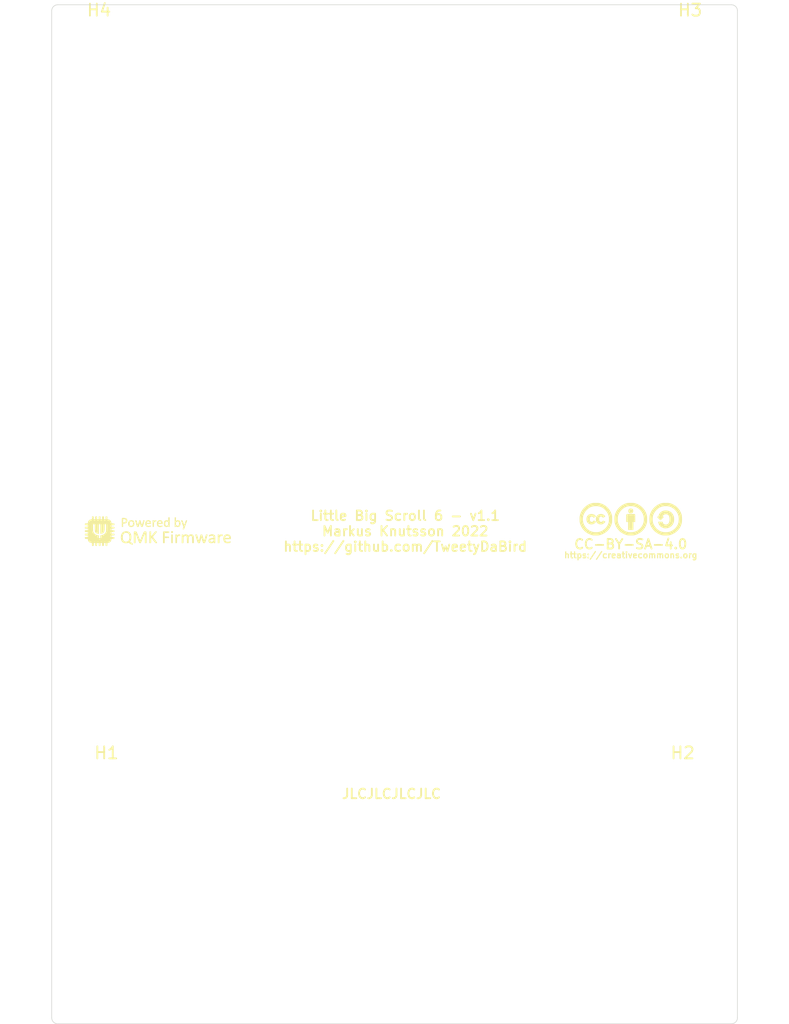
<source format=kicad_pcb>
(kicad_pcb (version 20211014) (generator pcbnew)
  (title_block (title "Little Big Scroll 6") (date "2022-02-26") (rev "v1.1") (company "Tweety's Wild Thinking") (comment 1 "Markus Knutsson <markus.knutsson@tweety.se>") (comment 2 "https://github.com/TweetyDaBird") (comment 3 "Licensed under Creative Commons BY-SA 4.0 International "))
  (layers (0 "F.Cu" signal) (31 "B.Cu" signal) (34 "B.Paste" user) (35 "F.Paste" user) (36 "B.SilkS" user "B.Silkscreen") (37 "F.SilkS" user "F.Silkscreen") (38 "B.Mask" user) (39 "F.Mask" user) (44 "Edge.Cuts" user))
  (net 0 "")
  (footprint "MountingHole:MountingHole_2.5mm" (layer "F.Cu") (at 86.22 112.685)
    (fp_text reference "H1" (at 0 -3.5) (layer "F.SilkS"))
    (fp_text value "Hole_PCB_M2-Spacer")
    (pad "" np_thru_hole circle locked (at 0 0) (size 2.5 2.5) (drill 2.5) (layers *.Cu *.Mask))
  )
  (footprint "MountingHole:MountingHole_2.5mm" (layer "F.Cu") (at 134.32 112.685)
    (fp_text reference "H2" (at 0 -3.5) (layer "F.SilkS"))
    (fp_text value "Hole_PCB_M2-Spacer")
    (pad "" np_thru_hole circle locked (at 0 0) (size 2.5 2.5) (drill 2.5) (layers *.Cu *.Mask))
  )
  (footprint "MountingHole:MountingHole_2.5mm" (layer "F.Cu") (at 134.94 50.73)
    (fp_text reference "H3" (at 0 -3.5) (layer "F.SilkS"))
    (fp_text value "Hole_PCB_M2-Spacer")
    (pad "" np_thru_hole circle locked (at 0 0) (size 2.5 2.5) (drill 2.5) (layers *.Cu *.Mask))
  )
  (footprint "MountingHole:MountingHole_2.5mm" (layer "F.Cu") (at 85.6 50.73)
    (fp_text reference "H4" (at 0 -3.5) (layer "F.SilkS"))
    (fp_text value "Hole_PCB_M2-Spacer")
    (pad "" np_thru_hole circle locked (at 0 0) (size 2.5 2.5) (drill 2.5) (layers *.Cu *.Mask))
  )
  (footprint "QMK Logo:Powered_by_QMK" (layer "F.Cu") (at 90.537262 90.674188)
    (fp_text reference "Logo1" hide)
    (fp_text value "QMK_Logo" hide)
  )
  (footprint "CC_Licensing:CC_BY_SA_40" (layer "F.Cu") (at 130.026958 90.616725)
    (fp_text reference "Lic1")
    (fp_text value "CC-BY-SA-4.0" (at -0.041555 1.16) (layer "F.SilkS") (effects (font (size 0.8 0.8))))
    (fp_text user "https://creativecommons.org" (at -0.041555 2.07) (layer "F.SilkS") (effects (font (size 0.5 0.5) (thickness 0.1))))
  )
  (gr_arc (start 82.15 131.78) (mid 81.796447 131.633553) (end 81.65 131.28) (layer "Edge.Cuts") (width 0.05))
  (gr_arc (start 138.39 46.78) (mid 138.743553 46.926447) (end 138.89 47.28) (layer "Edge.Cuts") (width 0.05))
  (gr_arc (start 81.65 47.28) (mid 81.796447 46.926447) (end 82.15 46.78) (layer "Edge.Cuts") (width 0.05))
  (gr_line (start 138.89 47.28) (end 138.89 131.28) (layer "Edge.Cuts") (width 0.05))
  (gr_line (start 82.15 46.78) (end 138.39 46.78) (layer "Edge.Cuts") (width 0.05))
  (gr_line (start 81.65 131.28) (end 81.65 47.28) (layer "Edge.Cuts") (width 0.05))
  (gr_arc (start 138.89 131.28) (mid 138.743553 131.633553) (end 138.39 131.78) (layer "Edge.Cuts") (width 0.05))
  (gr_line (start 138.39 131.78) (end 82.15 131.78) (layer "Edge.Cuts") (width 0.05))
  (gr_text "JLCJLCJLCJLC" (at 110.01 112.6) (layer "F.SilkS") (effects (font (size 0.8 0.8))))
  (gr_text "Little Big Scroll 6 - v1.1\nMarkus Knutsson 2022\nhttps://github.com/TweetyDaBird" (at 111.16 90.69) (layer "F.SilkS") (effects (font (size 0.8 0.8))))
)
</source>
